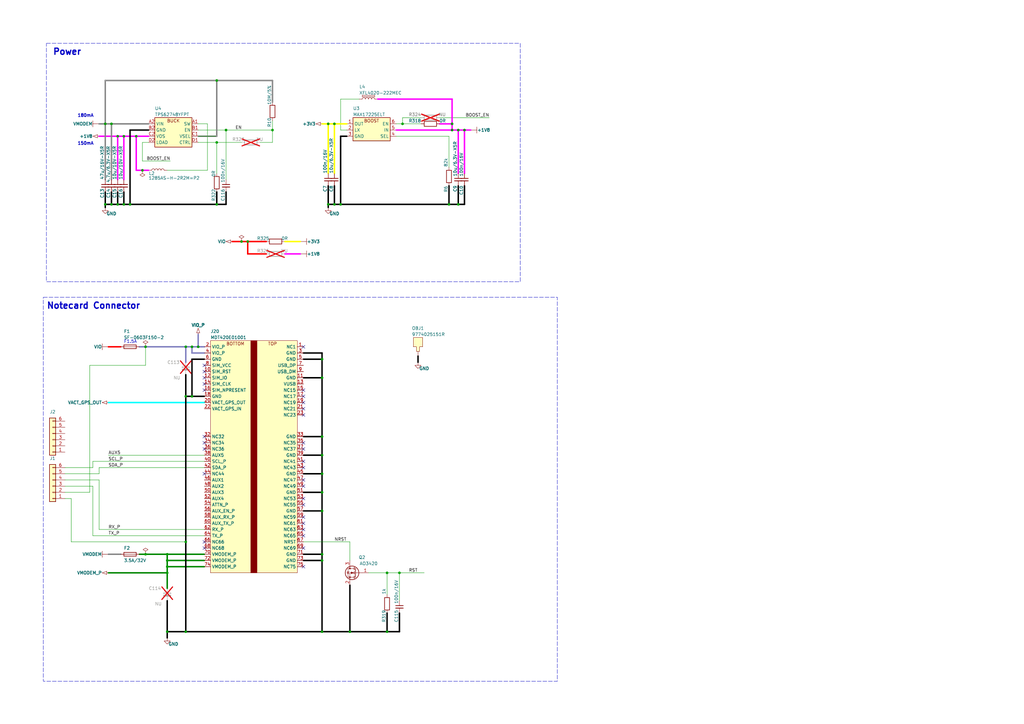
<source format=kicad_sch>
(kicad_sch (version 20240101) (generator "eeschema") (generator_version "8.99")
  (paper "A3")
  (title_block (title "Notecarrier-Micro") (date "2024-03-12") (rev "A") (comment 1 "Blues Inc") (comment 2 "Heath Raftery"))
  (lib_symbols
    (symbol "Connector_Generic:Conn_01x06" (pin_names (offset 1.016) hide)
      (property "Reference" "J" (at 0 7.62 0))
      (property "Value" "Conn_01x06" (at 0 -10.16 0))
      (symbol "Conn_01x06_1_1"
        (pin passive line (at -5.08 5.08 0) (length 3.81) (name "Pin_1") (number "1"))
        (pin passive line (at -5.08 2.54 0) (length 3.81) (name "Pin_2") (number "2"))
        (pin passive line (at -5.08 0 0) (length 3.81) (name "Pin_3") (number "3"))
        (pin passive line (at -5.08 -2.54 0) (length 3.81) (name "Pin_4") (number "4"))
        (pin passive line (at -5.08 -5.08 0) (length 3.81) (name "Pin_5") (number "5"))
        (pin passive line (at -5.08 -7.62 0) (length 3.81) (name "Pin_6") (number "6"))
      )
    )
    (symbol "Device:C_Polarized_Small" (pin_numbers hide) (pin_names (offset 0.254) hide)
      (property "Reference" "C" (at 0.254 1.778 0))
      (property "Value" "C_Polarized_Small" (at 0.254 -2.032 0))
      (symbol "C_Polarized_Small_1_1"
        (pin passive line (at 0 2.54 270) (length 1.8542) (name "~") (number "1"))
        (pin passive line (at 0 -2.54 90) (length 1.8542) (name "~") (number "2"))
      )
    )
    (symbol "Device:C_Small" (pin_numbers hide) (pin_names (offset 0.254) hide)
      (property "Reference" "C" (at 0.254 1.778 0))
      (property "Value" "C_Small" (at 0.254 -2.032 0))
      (symbol "C_Small_1_1"
        (pin passive line (at 0 2.54 270) (length 2.032) (name "~") (number "1"))
        (pin passive line (at 0 -2.54 90) (length 2.032) (name "~") (number "2"))
      )
    )
    (symbol "Device:Fuse" (pin_numbers hide) (pin_names (offset 0))
      (property "Reference" "F" (at 2.032 0 90))
      (property "Value" "Fuse" (at -1.905 0 90))
      (symbol "Fuse_1_1"
        (pin passive line (at 0 3.81 270) (length 1.27) (name "~") (number "1"))
        (pin passive line (at 0 -3.81 90) (length 1.27) (name "~") (number "2"))
      )
    )
    (symbol "Device:L" (pin_numbers hide) (pin_names (offset 1.016) hide)
      (property "Reference" "L" (at -1.27 0 90))
      (property "Value" "L" (at 1.905 0 90))
      (symbol "L_1_1"
        (pin passive line (at 0 3.81 270) (length 1.27) (name "1") (number "1"))
        (pin passive line (at 0 -3.81 90) (length 1.27) (name "2") (number "2"))
      )
    )
    (symbol "Device:R" (pin_numbers hide) (pin_names (offset 0))
      (property "Reference" "R" (at 2.032 0 90))
      (property "Value" "R" (at 0 0 90))
      (symbol "R_1_1"
        (pin passive line (at 0 3.81 270) (length 1.27) (name "~") (number "1"))
        (pin passive line (at 0 -3.81 90) (length 1.27) (name "~") (number "2"))
      )
    )
    (symbol "blues-kicad-lib:AO3420" (pin_names hide)
      (property "Reference" "Q" (at 5.08 1.905 0))
      (property "Value" "AO3420" (at 5.08 0 0))
      (symbol "AO3420_1_1"
        (pin input line (at -5.08 0 0) (length 2.54) (name "G") (number "1"))
        (pin passive line (at 2.54 -5.08 90) (length 2.54) (name "S") (number "2"))
        (pin passive line (at 2.54 5.08 270) (length 2.54) (name "D") (number "3"))
      )
    )
    (symbol "blues-kicad-lib:L_Shielded" (pin_numbers hide) (pin_names (offset 1.016) hide)
      (property "Reference" "L" (at -1.27 0 90))
      (property "Value" "L_Shielded" (at 2.794 0 90))
      (symbol "L_Shielded_1_1"
        (pin passive line (at 0 3.81 270) (length 1.27) (name "1") (number "1"))
        (pin passive line (at 0 -3.81 90) (length 1.27) (name "2") (number "2"))
      )
    )
    (symbol "blues-kicad-lib:MAX17225ELT"
      (property "Reference" "U" (at 0 8.89 0))
      (property "Value" "MAX17225ELT" (at 0 6.35 0))
      (symbol "MAX17225ELT_0_1"
        (text "BOOST" (at 0 3.81 0) (effects (font (size 1.27 1.27))))
      )
      (symbol "MAX17225ELT_1_1"
        (pin power_out line (at -10.16 2.54 0) (length 2.54) (name "OUT") (number "1"))
        (pin input line (at -10.16 0 0) (length 2.54) (name "LX") (number "2"))
        (pin power_in line (at -10.16 -2.54 0) (length 2.54) (name "GND") (number "3"))
        (pin input line (at 10.16 -2.54 180) (length 2.54) (name "SEL") (number "4"))
        (pin power_in line (at 10.16 0 180) (length 2.54) (name "IN") (number "5"))
        (pin input line (at 10.16 2.54 180) (length 2.54) (name "EN") (number "6"))
      )
    )
    (symbol "blues-kicad-lib:MDT420E01001"
      (property "Reference" "J" (at -16.51 50.8 0))
      (property "Value" "MDT420E01001" (at -10.16 48.26 0))
      (symbol "MDT420E01001_0_0"
        (text "BOTTOM" (at -7.62 45.72 0) (effects (font (size 1.27 1.27))))
        (text "TOP" (at 7.62 45.72 0) (effects (font (size 1.27 1.27))))
      )
      (symbol "MDT420E01001_1_1"
        (pin passive line (at 20.32 44.45 180) (length 2.54) (name "NC1") (number "1"))
        (pin passive line (at -20.32 34.29 0) (length 2.54) (name "SIM_RST") (number "10"))
        (pin power_in line (at 20.32 31.75 180) (length 2.54) (name "GND") (number "11"))
        (pin passive line (at -20.32 31.75 0) (length 2.54) (name "SIM_IO") (number "12"))
        (pin power_in line (at 20.32 29.21 180) (length 2.54) (name "VUSB") (number "13"))
        (pin passive line (at -20.32 29.21 0) (length 2.54) (name "SIM_CLK") (number "14"))
        (pin passive line (at 20.32 26.67 180) (length 2.54) (name "NC15") (number "15"))
        (pin passive line (at -20.32 26.67 0) (length 2.54) (name "SIM_NPRESENT") (number "16"))
        (pin passive line (at 20.32 24.13 180) (length 2.54) (name "NC17") (number "17"))
        (pin power_in line (at -20.32 24.13 0) (length 2.54) (name "GND") (number "18"))
        (pin passive line (at 20.32 21.59 180) (length 2.54) (name "NC19") (number "19"))
        (pin power_in line (at -20.32 44.45 0) (length 2.54) (name "VIO_P") (number "2"))
        (pin power_out line (at -20.32 21.59 0) (length 2.54) (name "VACT_GPS_OUT") (number "20"))
        (pin passive line (at 20.32 19.05 180) (length 2.54) (name "NC21") (number "21"))
        (pin power_in line (at -20.32 19.05 0) (length 2.54) (name "VACT_GPS_IN") (number "22"))
        (pin passive line (at 20.32 16.51 180) (length 2.54) (name "NC23") (number "23"))
        (pin power_in line (at 20.32 41.91 180) (length 2.54) (name "GND") (number "3"))
        (pin passive line (at -20.32 7.62 0) (length 2.54) (name "NC32") (number "32"))
        (pin power_in line (at 20.32 7.62 180) (length 2.54) (name "GND") (number "33"))
        (pin passive line (at -20.32 5.08 0) (length 2.54) (name "NC34") (number "34"))
        (pin passive line (at 20.32 5.08 180) (length 2.54) (name "NC35") (number "35"))
        (pin passive line (at -20.32 2.54 0) (length 2.54) (name "NC36") (number "36"))
        (pin passive line (at 20.32 2.54 180) (length 2.54) (name "NC37") (number "37"))
        (pin passive line (at -20.32 0 0) (length 2.54) (name "AUX5") (number "38"))
        (pin power_in line (at 20.32 0 180) (length 2.54) (name "GND") (number "39"))
        (pin power_in line (at -20.32 41.91 0) (length 2.54) (name "VIO_P") (number "4"))
        (pin passive line (at -20.32 -2.54 0) (length 2.54) (name "SCL_P") (number "40"))
        (pin passive line (at 20.32 -2.54 180) (length 2.54) (name "NC41") (number "41"))
        (pin passive line (at -20.32 -5.08 0) (length 2.54) (name "SDA_P") (number "42"))
        (pin passive line (at 20.32 -5.08 180) (length 2.54) (name "NC43") (number "43"))
        (pin passive line (at -20.32 -7.62 0) (length 2.54) (name "NC44") (number "44"))
        (pin power_in line (at 20.32 -7.62 180) (length 2.54) (name "GND") (number "45"))
        (pin passive line (at -20.32 -10.16 0) (length 2.54) (name "AUX1") (number "46"))
        (pin passive line (at 20.32 -10.16 180) (length 2.54) (name "NC47") (number "47"))
        (pin passive line (at -20.32 -12.7 0) (length 2.54) (name "AUX2") (number "48"))
        (pin passive line (at 20.32 -12.7 180) (length 2.54) (name "NC49") (number "49"))
        (pin power_in line (at 20.32 39.37 180) (length 2.54) (name "GND") (number "5"))
        (pin passive line (at -20.32 -15.24 0) (length 2.54) (name "AUX3") (number "50"))
        (pin power_in line (at 20.32 -15.24 180) (length 2.54) (name "GND") (number "51"))
        (pin passive line (at -20.32 -17.78 0) (length 2.54) (name "AUX4") (number "52"))
        (pin passive line (at 20.32 -17.78 180) (length 2.54) (name "NC53") (number "53"))
        (pin passive line (at -20.32 -20.32 0) (length 2.54) (name "ATTN_P") (number "54"))
        (pin passive line (at 20.32 -20.32 180) (length 2.54) (name "NC55") (number "55"))
        (pin passive line (at -20.32 -22.86 0) (length 2.54) (name "AUX_EN_P") (number "56"))
        (pin power_in line (at 20.32 -22.86 180) (length 2.54) (name "GND") (number "57"))
        (pin passive line (at -20.32 -25.4 0) (length 2.54) (name "AUX_RX_P") (number "58"))
        (pin passive line (at 20.32 -25.4 180) (length 2.54) (name "NC59") (number "59"))
        (pin power_in line (at -20.32 39.37 0) (length 2.54) (name "GND") (number "6"))
        (pin passive line (at -20.32 -27.94 0) (length 2.54) (name "AUX_TX_P") (number "60"))
        (pin passive line (at 20.32 -27.94 180) (length 2.54) (name "NC61") (number "61"))
        (pin passive line (at -20.32 -30.48 0) (length 2.54) (name "RX_P") (number "62"))
        (pin passive line (at 20.32 -30.48 180) (length 2.54) (name "NC63") (number "63"))
        (pin passive line (at -20.32 -33.02 0) (length 2.54) (name "TX_P") (number "64"))
        (pin passive line (at 20.32 -33.02 180) (length 2.54) (name "NC65") (number "65"))
        (pin passive line (at -20.32 -35.56 0) (length 2.54) (name "NC66") (number "66"))
        (pin passive line (at 20.32 -35.56 180) (length 2.54) (name "NRST") (number "67"))
        (pin passive line (at -20.32 -38.1 0) (length 2.54) (name "NC68") (number "68"))
        (pin passive line (at 20.32 -38.1 180) (length 2.54) (name "NC69") (number "69"))
        (pin passive line (at 20.32 36.83 180) (length 2.54) (name "USB_DP") (number "7"))
        (pin power_in line (at -20.32 -40.64 0) (length 2.54) (name "VMODEM_P") (number "70"))
        (pin power_in line (at 20.32 -40.64 180) (length 2.54) (name "GND") (number "71"))
        (pin power_in line (at -20.32 -43.18 0) (length 2.54) (name "VMODEM_P") (number "72"))
        (pin power_in line (at 20.32 -43.18 180) (length 2.54) (name "GND") (number "73"))
        (pin power_in line (at -20.32 -45.72 0) (length 2.54) (name "VMODEM_P") (number "74"))
        (pin passive line (at 20.32 -45.72 180) (length 2.54) (name "NC75") (number "75"))
        (pin power_out line (at -20.32 36.83 0) (length 2.54) (name "SIM_VCC") (number "8"))
        (pin passive line (at 20.32 34.29 180) (length 2.54) (name "USB_DM") (number "9"))
      )
    )
    (symbol "blues-kicad-lib:TPS62748"
      (property "Reference" "U" (at 0 8.89 0))
      (property "Value" "TPS62748" (at 0 6.35 0))
      (symbol "TPS62748_0_1"
        (text "BUCK" (at 0 3.81 0) (effects (font (size 1.27 1.27))))
      )
      (symbol "TPS62748_1_1"
        (pin power_out line (at 10.16 2.54 180) (length 2.54) (name "SW") (number "A1"))
        (pin power_in line (at -10.16 2.54 0) (length 2.54) (name "VIN") (number "A2"))
        (pin input line (at 10.16 0 180) (length 2.54) (name "EN") (number "B1"))
        (pin power_in line (at -10.16 0 0) (length 2.54) (name "GND") (number "B2"))
        (pin input line (at 10.16 -2.54 180) (length 2.54) (name "VSEL") (number "C1"))
        (pin power_in line (at -10.16 -2.54 0) (length 2.54) (name "VOS") (number "C2"))
        (pin input line (at 10.16 -5.08 180) (length 2.54) (name "CTRL") (number "D1"))
        (pin power_out line (at -10.16 -5.08 0) (length 2.54) (name "LOAD") (number "D2"))
      )
    )
    (symbol "blues-kicad-lib:mechanical_Standoff_Pad" (pin_numbers hide) (pin_names hide)
      (property "Reference" "ASS" (at 0 7.62 0))
      (property "Value" "Standoff" (at 0 5.715 0))
      (symbol "mechanical_Standoff_Pad_1_1"
        (pin input line (at 0 -3.81 90) (length 1.905) (name "1") (number "1"))
      )
    )
    (symbol "blues-kicad-lib:power_+1V8" (power) (pin_names (offset 0))
      (property "Value" "+1V8" (at 0 3.81 0))
      (symbol "power_+1V8_1_1"
        (pin power_in line (at 0 0 90) (length 0) hide (name "+1V8") (number "1"))
      )
    )
    (symbol "blues-kicad-lib:power_+1V8_Source" (power) (pin_names (offset 0))
      (property "Value" "+1V8" (at 0 3.81 0))
      (symbol "power_+1V8_Source_1_1"
        (pin power_in line (at 0 0 90) (length 0) hide (name "+1V8") (number "1"))
      )
    )
    (symbol "blues-kicad-lib:power_+3V3" (power) (pin_names (offset 0))
      (property "Value" "+3V3" (at 0 3.81 0))
      (symbol "power_+3V3_1_1"
        (pin power_in line (at 0 0 90) (length 0) hide (name "+3V3") (number "1"))
      )
    )
    (symbol "blues-kicad-lib:power_+3V3_Source" (power) (pin_names (offset 0))
      (property "Value" "+3V3" (at 0 3.81 0))
      (symbol "power_+3V3_Source_1_1"
        (pin power_in line (at 0 0 90) (length 0) hide (name "+3V3") (number "1"))
      )
    )
    (symbol "blues-kicad-lib:power_VACT_GPS_OUT_Source" (power) (pin_names (offset 0))
      (property "Value" "VACT_GPS_OUT" (at 0 3.81 0))
      (symbol "power_VACT_GPS_OUT_Source_1_1"
        (pin power_in line (at 0 0 90) (length 0) hide (name "VACT_GPS_OUT") (number "1"))
      )
    )
    (symbol "blues-kicad-lib:power_VIO" (power) (pin_names (offset 0))
      (property "Value" "VIO" (at 0 3.81 0))
      (symbol "power_VIO_1_1"
        (pin power_in line (at 0 0 90) (length 0) hide (name "VIO") (number "1"))
      )
    )
    (symbol "blues-kicad-lib:power_VIO_P_Source" (power) (pin_names (offset 0))
      (property "Value" "VIO_P" (at 0 3.81 0))
      (symbol "power_VIO_P_Source_1_1"
        (pin power_in line (at 0 0 90) (length 0) hide (name "VIO_P") (number "1"))
      )
    )
    (symbol "blues-kicad-lib:power_VIO_Source" (power) (pin_names (offset 0))
      (property "Value" "VIO" (at 0 3.81 0))
      (symbol "power_VIO_Source_1_1"
        (pin power_in line (at 0 0 90) (length 0) hide (name "VIO") (number "1"))
      )
    )
    (symbol "blues-kicad-lib:power_VMODEM" (power) (pin_names (offset 0))
      (property "Value" "VMODEM" (at 0 3.81 0))
      (symbol "power_VMODEM_1_1"
        (pin power_in line (at 0 0 90) (length 0) hide (name "VMODEM") (number "1"))
      )
    )
    (symbol "blues-kicad-lib:power_VMODEM_P_Source" (power) (pin_names (offset 0))
      (property "Value" "VMODEM_P" (at 0 3.81 0))
      (symbol "power_VMODEM_P_Source_1_1"
        (pin power_in line (at 0 0 90) (length 0) hide (name "VMODEM_P") (number "1"))
      )
    )
    (symbol "power:GND" (power) (pin_names (offset 0))
      (property "Value" "GND" (at 0 -3.81 0))
      (symbol "GND_1_1"
        (pin power_in line (at 0 0 270) (length 0) hide (name "GND") (number "1"))
      )
    )
    (symbol "power:PWR_FLAG" (power) (pin_numbers hide) (pin_names (offset 0) hide)
      (property "Value" "PWR_FLAG" (at 0 3.81 0))
      (symbol "PWR_FLAG_0_0"
        (pin power_out line (at 0 0 90) (length 0) (name "pwr") (number "1"))
      )
    )
  )
  (junction (at 158.75 234.95))
  (junction (at 50.8 55.88))
  (junction (at 78.74 162.56))
  (junction (at 132.08 209.55))
  (junction (at 111.76 53.34))
  (junction (at 68.58 229.87))
  (junction (at 59.69 227.33))
  (junction (at 137.16 50.8))
  (junction (at 132.08 259.08))
  (junction (at 132.08 229.87))
  (junction (at 43.18 83.82))
  (junction (at 132.08 227.33))
  (junction (at 132.08 194.31))
  (junction (at 132.08 154.94))
  (junction (at 185.42 50.8))
  (junction (at 76.2 162.56))
  (junction (at 68.58 227.33))
  (junction (at 68.58 234.95))
  (junction (at 158.75 259.08))
  (junction (at 132.08 201.93))
  (junction (at 50.8 83.82))
  (junction (at 92.71 53.34))
  (junction (at 132.08 186.69))
  (junction (at 134.62 83.82))
  (junction (at 101.6 99.06))
  (junction (at 134.62 50.8))
  (junction (at 88.9 83.82))
  (junction (at 88.9 58.42))
  (junction (at 48.26 83.82))
  (junction (at 76.2 259.08))
  (junction (at 137.16 83.82))
  (junction (at 81.28 142.24))
  (junction (at 88.9 33.02))
  (junction (at 139.7 83.82))
  (junction (at 163.83 234.95))
  (junction (at 78.74 142.24))
  (junction (at 48.26 55.88))
  (junction (at 187.96 53.34))
  (junction (at 68.58 232.41))
  (junction (at 55.88 55.88))
  (junction (at 132.08 179.07))
  (junction (at 184.15 83.82))
  (junction (at 68.58 259.08))
  (junction (at 165.1 50.8))
  (junction (at 76.2 222.25))
  (junction (at 143.51 259.08))
  (junction (at 53.34 83.82))
  (junction (at 99.06 99.06))
  (junction (at 43.18 50.8))
  (junction (at 132.08 147.32))
  (junction (at 58.42 69.85))
  (junction (at 190.5 53.34))
  (junction (at 59.69 142.24))
  (junction (at 76.2 142.24))
  (junction (at 45.72 50.8))
  (junction (at 185.42 53.34))
  (junction (at 187.96 83.82))
  (junction (at 45.72 83.82))
  (no_connect (at 83.82 222.25))
  (no_connect (at 124.46 170.18))
  (no_connect (at 83.82 160.02))
  (no_connect (at 83.82 152.4))
  (no_connect (at 83.82 181.61))
  (no_connect (at 83.82 154.94))
  (no_connect (at 124.46 142.24))
  (no_connect (at 124.46 196.85))
  (no_connect (at 124.46 217.17))
  (no_connect (at 124.46 199.39))
  (no_connect (at 83.82 224.79))
  (no_connect (at 124.46 162.56))
  (no_connect (at 124.46 167.64))
  (no_connect (at 83.82 149.86))
  (no_connect (at 124.46 214.63))
  (no_connect (at 83.82 179.07))
  (no_connect (at 124.46 189.23))
  (no_connect (at 124.46 191.77))
  (no_connect (at 124.46 232.41))
  (no_connect (at 83.82 184.15))
  (no_connect (at 124.46 219.71))
  (no_connect (at 124.46 224.79))
  (no_connect (at 124.46 204.47))
  (no_connect (at 124.46 212.09))
  (no_connect (at 124.46 207.01))
  (no_connect (at 124.46 184.15))
  (no_connect (at 124.46 181.61))
  (no_connect (at 83.82 194.31))
  (no_connect (at 83.82 157.48))
  (no_connect (at 124.46 165.1))
  (no_connect (at 124.46 160.02))
  (wire (pts (xy 43.18 33.02) (xy 43.18 50.8)) (stroke (width 0.6) (color 132 132 132 1)))
  (wire (pts (xy 172.72 48.26) (xy 165.1 48.26)))
  (wire (pts (xy 142.24 53.34) (xy 139.7 53.34)))
  (wire (pts (xy 68.58 259.08) (xy 68.58 246.38)) (stroke (width 0.6) (color 0 0 0 1)))
  (wire (pts (xy 76.2 142.24) (xy 76.2 148.59)) (stroke (width 0.6) (color 128 128 192 1)))
  (wire (pts (xy 53.34 83.82) (xy 88.9 83.82)) (stroke (width 0.6) (color 0 0 0 1)))
  (wire (pts (xy 132.08 259.08) (xy 143.51 259.08)) (stroke (width 0.6) (color 0 0 0 1)))
  (wire (pts (xy 59.69 149.86) (xy 59.69 142.24)))
  (wire (pts (xy 124.46 179.07) (xy 132.08 179.07)) (stroke (width 0.6) (color 0 0 0 1)))
  (wire (pts (xy 116.84 104.14) (xy 123.19 104.14)) (stroke (width 0.6) (color 255 0 255 1)))
  (wire (pts (xy 124.46 201.93) (xy 132.08 201.93)) (stroke (width 0.6) (color 0 0 0 1)))
  (wire (pts (xy 134.62 83.82) (xy 134.62 85.09)) (stroke (width 0.6) (color 0 0 0 1)))
  (wire (pts (xy 88.9 55.88) (xy 81.28 55.88)))
  (wire (pts (xy 163.83 234.95) (xy 173.99 234.95)))
  (wire (pts (xy 88.9 58.42) (xy 88.9 71.12)))
  (wire (pts (xy 81.28 137.16) (xy 81.28 142.24)) (stroke (width 0.6) (color 128 128 192 1)))
  (wire (pts (xy 190.5 53.34) (xy 193.04 53.34)) (stroke (width 0.6) (color 255 0 255 1)))
  (wire (pts (xy 76.2 222.25) (xy 76.2 259.08)) (stroke (width 0.6) (color 0 0 0 1)))
  (wire (pts (xy 158.75 259.08) (xy 163.83 259.08)) (stroke (width 0.6) (color 0 0 0 1)))
  (wire (pts (xy 132.08 227.33) (xy 132.08 229.87)) (stroke (width 0.6) (color 0 0 0 1)))
  (wire (pts (xy 81.28 55.88) (xy 88.9 55.88)) (stroke (width 0.6) (color 132 132 132 1)))
  (wire (pts (xy 132.08 50.8) (xy 134.62 50.8)) (stroke (width 0.6) (color 255 255 0 1)))
  (wire (pts (xy 26.67 191.77) (xy 38.1 191.77)))
  (wire (pts (xy 58.42 69.85) (xy 55.88 69.85)) (stroke (width 0.6) (color 255 0 255 1)))
  (wire (pts (xy 26.67 201.93) (xy 36.83 201.93)))
  (wire (pts (xy 88.9 33.02) (xy 88.9 55.88)) (stroke (width 0.6) (color 132 132 132 1)))
  (wire (pts (xy 132.08 209.55) (xy 132.08 227.33)) (stroke (width 0.6) (color 0 0 0 1)))
  (wire (pts (xy 76.2 259.08) (xy 68.58 259.08)) (stroke (width 0.6) (color 0 0 0 1)))
  (wire (pts (xy 50.8 55.88) (xy 48.26 55.88)) (stroke (width 0.6) (color 255 0 255 1)))
  (wire (pts (xy 185.42 50.8) (xy 185.42 40.64)) (stroke (width 0.6) (color 255 0 255 1)))
  (wire (pts (xy 40.64 50.8) (xy 43.18 50.8)) (stroke (width 0.6) (color 132 132 132 1)))
  (wire (pts (xy 158.75 234.95) (xy 158.75 243.84)))
  (wire (pts (xy 139.7 53.34) (xy 139.7 40.64)))
  (wire (pts (xy 180.34 48.26) (xy 200.66 48.26)))
  (wire (pts (xy 124.46 194.31) (xy 132.08 194.31)) (stroke (width 0.6) (color 0 0 0 1)))
  (wire (pts (xy 101.6 99.06) (xy 101.6 104.14)) (stroke (width 0.6) (color 255 0 0 1)))
  (wire (pts (xy 59.69 142.24) (xy 76.2 142.24)) (stroke (width 0.6) (color 128 128 192 1)))
  (wire (pts (xy 76.2 162.56) (xy 78.74 162.56)) (stroke (width 0.6) (color 0 0 0 1)))
  (wire (pts (xy 88.9 83.82) (xy 92.71 83.82)) (stroke (width 0.6) (color 0 0 0 1)))
  (wire (pts (xy 124.46 144.78) (xy 132.08 144.78)) (stroke (width 0.6) (color 0 0 0 1)))
  (wire (pts (xy 43.18 33.02) (xy 88.9 33.02)) (stroke (width 0.6) (color 132 132 132 1)))
  (wire (pts (xy 106.68 58.42) (xy 111.76 58.42)))
  (wire (pts (xy 45.72 50.8) (xy 60.96 50.8)) (stroke (width 0.6) (color 132 132 132 1)))
  (wire (pts (xy 139.7 40.64) (xy 147.32 40.64)))
  (wire (pts (xy 36.83 201.93) (xy 36.83 149.86)))
  (wire (pts (xy 184.15 55.88) (xy 162.56 55.88)))
  (wire (pts (xy 185.42 40.64) (xy 154.94 40.64)) (stroke (width 0.6) (color 255 0 255 1)))
  (wire (pts (xy 132.08 186.69) (xy 132.08 194.31)) (stroke (width 0.6) (color 0 0 0 1)))
  (wire (pts (xy 137.16 50.8) (xy 134.62 50.8)) (stroke (width 0.6) (color 255 255 0 1)))
  (wire (pts (xy 45.72 50.8) (xy 45.72 73.66)) (stroke (width 0.6) (color 132 132 132 1)))
  (wire (pts (xy 132.08 147.32) (xy 132.08 154.94)) (stroke (width 0.6) (color 0 0 0 1)))
  (wire (pts (xy 29.21 204.47) (xy 29.21 222.25)))
  (wire (pts (xy 76.2 162.56) (xy 76.2 222.25)) (stroke (width 0.6) (color 0 0 0 1)))
  (wire (pts (xy 38.1 189.23) (xy 83.82 189.23)))
  (wire (pts (xy 88.9 33.02) (xy 111.76 33.02)) (stroke (width 0.6) (color 132 132 132 1)))
  (wire (pts (xy 68.58 227.33) (xy 83.82 227.33)) (stroke (width 0.6) (color 0 132 0 1)))
  (wire (pts (xy 139.7 55.88) (xy 139.7 83.82)) (stroke (width 0.6) (color 0 0 0 1)))
  (wire (pts (xy 124.46 209.55) (xy 132.08 209.55)) (stroke (width 0.6) (color 0 0 0 1)))
  (wire (pts (xy 36.83 149.86) (xy 59.69 149.86)))
  (wire (pts (xy 58.42 66.04) (xy 69.85 66.04)))
  (wire (pts (xy 88.9 58.42) (xy 99.06 58.42)))
  (wire (pts (xy 78.74 144.78) (xy 83.82 144.78)) (stroke (width 0.6) (color 128 128 192 1)))
  (wire (pts (xy 88.9 83.82) (xy 88.9 78.74)) (stroke (width 0.6) (color 0 0 0 1)))
  (wire (pts (xy 134.62 50.8) (xy 134.62 71.12)) (stroke (width 0.6) (color 255 255 0 1)))
  (wire (pts (xy 55.88 69.85) (xy 55.88 55.88)) (stroke (width 0.6) (color 255 0 255 1)))
  (wire (pts (xy 124.46 154.94) (xy 132.08 154.94)) (stroke (width 0.6) (color 0 0 0 1)))
  (wire (pts (xy 171.45 146.05) (xy 171.45 148.59)) (stroke (width 0.6) (color 0 0 0 1)))
  (wire (pts (xy 40.64 217.17) (xy 83.82 217.17)))
  (wire (pts (xy 139.7 55.88) (xy 142.24 55.88)) (stroke (width 0.6) (color 0 0 0 1)))
  (wire (pts (xy 190.5 76.2) (xy 190.5 83.82)) (stroke (width 0.6) (color 0 0 0 1)))
  (wire (pts (xy 53.34 83.82) (xy 50.8 83.82)) (stroke (width 0.6) (color 0 0 0 1)))
  (wire (pts (xy 132.08 154.94) (xy 132.08 179.07)) (stroke (width 0.6) (color 0 0 0 1)))
  (wire (pts (xy 59.69 227.33) (xy 68.58 227.33)) (stroke (width 0.6) (color 0 132 0 1)))
  (wire (pts (xy 81.28 142.24) (xy 83.82 142.24)) (stroke (width 0.6) (color 128 128 192 1)))
  (wire (pts (xy 58.42 69.85) (xy 60.96 69.85)) (stroke (width 0.6) (color 255 0 255 1)))
  (wire (pts (xy 187.96 83.82) (xy 187.96 76.2)) (stroke (width 0.6) (color 0 0 0 1)))
  (wire (pts (xy 40.64 55.88) (xy 48.26 55.88)) (stroke (width 0.6) (color 255 0 255 1)))
  (wire (pts (xy 134.62 83.82) (xy 134.62 76.2)) (stroke (width 0.6) (color 0 0 0 1)))
  (wire (pts (xy 48.26 55.88) (xy 48.26 73.66)) (stroke (width 0.6) (color 255 0 255 1)))
  (wire (pts (xy 76.2 153.67) (xy 76.2 162.56)) (stroke (width 0.6) (color 0 0 0 1)))
  (wire (pts (xy 85.09 69.85) (xy 85.09 50.8)))
  (wire (pts (xy 68.58 229.87) (xy 83.82 229.87)) (stroke (width 0.6) (color 0 132 0 1)))
  (wire (pts (xy 185.42 53.34) (xy 185.42 50.8)) (stroke (width 0.6) (color 255 0 255 1)))
  (wire (pts (xy 58.42 58.42) (xy 58.42 66.04)))
  (wire (pts (xy 48.26 83.82) (xy 50.8 83.82)) (stroke (width 0.6) (color 0 0 0 1)))
  (wire (pts (xy 158.75 234.95) (xy 163.83 234.95)))
  (wire (pts (xy 43.18 50.8) (xy 43.18 73.66)) (stroke (width 0.6) (color 132 132 132 1)))
  (wire (pts (xy 187.96 53.34) (xy 187.96 71.12)) (stroke (width 0.6) (color 255 0 255 1)))
  (wire (pts (xy 132.08 144.78) (xy 132.08 147.32)) (stroke (width 0.6) (color 0 0 0 1)))
  (wire (pts (xy 68.58 229.87) (xy 68.58 232.41)) (stroke (width 0.6) (color 0 132 0 1)))
  (wire (pts (xy 134.62 83.82) (xy 137.16 83.82)) (stroke (width 0.6) (color 0 0 0 1)))
  (wire (pts (xy 48.26 83.82) (xy 48.26 78.74)) (stroke (width 0.6) (color 0 0 0 1)))
  (wire (pts (xy 137.16 50.8) (xy 137.16 71.12)) (stroke (width 0.6) (color 255 255 0 1)))
  (wire (pts (xy 139.7 83.82) (xy 137.16 83.82)) (stroke (width 0.6) (color 0 0 0 1)))
  (wire (pts (xy 132.08 229.87) (xy 132.08 259.08)) (stroke (width 0.6) (color 0 0 0 1)))
  (wire (pts (xy 124.46 186.69) (xy 132.08 186.69)) (stroke (width 0.6) (color 0 0 0 1)))
  (wire (pts (xy 43.18 83.82) (xy 45.72 83.82)) (stroke (width 0.6) (color 0 0 0 1)))
  (wire (pts (xy 158.75 259.08) (xy 158.75 251.46)) (stroke (width 0.6) (color 0 0 0 1)))
  (wire (pts (xy 111.76 53.34) (xy 111.76 49.53)))
  (wire (pts (xy 184.15 83.82) (xy 187.96 83.82)) (stroke (width 0.6) (color 0 0 0 1)))
  (wire (pts (xy 76.2 142.24) (xy 78.74 142.24)) (stroke (width 0.6) (color 128 128 192 1)))
  (wire (pts (xy 163.83 259.08) (xy 163.83 251.46)) (stroke (width 0.6) (color 0 0 0 1)))
  (wire (pts (xy 184.15 83.82) (xy 184.15 76.2)) (stroke (width 0.6) (color 0 0 0 1)))
  (wire (pts (xy 43.18 83.82) (xy 43.18 78.74)) (stroke (width 0.6) (color 0 0 0 1)))
  (wire (pts (xy 143.51 229.87) (xy 143.51 222.25)))
  (wire (pts (xy 57.15 142.24) (xy 59.69 142.24)) (stroke (width 0.6) (color 128 128 192 1)))
  (wire (pts (xy 60.96 58.42) (xy 58.42 58.42)))
  (wire (pts (xy 55.88 55.88) (xy 50.8 55.88)) (stroke (width 0.6) (color 255 0 255 1)))
  (wire (pts (xy 132.08 201.93) (xy 132.08 209.55)) (stroke (width 0.6) (color 0 0 0 1)))
  (wire (pts (xy 44.45 142.24) (xy 49.53 142.24)) (stroke (width 0.6) (color 255 0 0 1)))
  (wire (pts (xy 92.71 83.82) (xy 92.71 78.74)) (stroke (width 0.6) (color 0 0 0 1)))
  (wire (pts (xy 99.06 99.06) (xy 101.6 99.06)) (stroke (width 0.6) (color 255 0 0 1)))
  (wire (pts (xy 45.72 83.82) (xy 45.72 78.74)) (stroke (width 0.6) (color 0 0 0 1)))
  (wire (pts (xy 44.45 165.1) (xy 83.82 165.1)) (stroke (width 0.6) (color 0 255 255 1)))
  (wire (pts (xy 123.19 99.06) (xy 116.84 99.06)) (stroke (width 0.6) (color 255 255 0 1)))
  (wire (pts (xy 143.51 222.25) (xy 124.46 222.25)))
  (wire (pts (xy 143.51 259.08) (xy 158.75 259.08)) (stroke (width 0.6) (color 0 0 0 1)))
  (wire (pts (xy 163.83 234.95) (xy 163.83 246.38)))
  (wire (pts (xy 44.45 227.33) (xy 49.53 227.33)) (stroke (width 0.6) (color 132 132 132 1)))
  (wire (pts (xy 81.28 58.42) (xy 88.9 58.42)))
  (wire (pts (xy 151.13 234.95) (xy 158.75 234.95)))
  (wire (pts (xy 76.2 259.08) (xy 132.08 259.08)) (stroke (width 0.6) (color 0 0 0 1)))
  (wire (pts (xy 78.74 147.32) (xy 83.82 147.32)) (stroke (width 0.6) (color 0 0 0 1)))
  (wire (pts (xy 68.58 232.41) (xy 68.58 234.95)) (stroke (width 0.6) (color 0 132 0 1)))
  (wire (pts (xy 101.6 99.06) (xy 109.22 99.06)) (stroke (width 0.6) (color 255 0 0 1)))
  (wire (pts (xy 184.15 68.58) (xy 184.15 55.88)))
  (wire (pts (xy 26.67 204.47) (xy 29.21 204.47)))
  (wire (pts (xy 162.56 53.34) (xy 185.42 53.34)) (stroke (width 0.6) (color 255 0 255 1)))
  (wire (pts (xy 38.1 219.71) (xy 83.82 219.71)))
  (wire (pts (xy 101.6 104.14) (xy 109.22 104.14)) (stroke (width 0.6) (color 255 0 0 1)))
  (wire (pts (xy 92.71 53.34) (xy 81.28 53.34)))
  (wire (pts (xy 78.74 144.78) (xy 78.74 142.24)) (stroke (width 0.6) (color 128 128 192 1)))
  (wire (pts (xy 124.46 229.87) (xy 132.08 229.87)) (stroke (width 0.6) (color 0 0 0 1)))
  (wire (pts (xy 38.1 199.39) (xy 38.1 219.71)))
  (wire (pts (xy 190.5 71.12) (xy 190.5 53.34)) (stroke (width 0.6) (color 255 0 255 1)))
  (wire (pts (xy 85.09 50.8) (xy 81.28 50.8)))
  (wire (pts (xy 38.1 191.77) (xy 38.1 189.23)))
  (wire (pts (xy 40.64 191.77) (xy 83.82 191.77)))
  (wire (pts (xy 137.16 83.82) (xy 137.16 76.2)) (stroke (width 0.6) (color 0 0 0 1)))
  (wire (pts (xy 44.45 234.95) (xy 68.58 234.95)) (stroke (width 0.6) (color 0 132 0 1)))
  (wire (pts (xy 78.74 162.56) (xy 83.82 162.56)) (stroke (width 0.6) (color 0 0 0 1)))
  (wire (pts (xy 68.58 259.08) (xy 68.58 261.62)) (stroke (width 0.6) (color 0 0 0 1)))
  (wire (pts (xy 40.64 194.31) (xy 40.64 191.77)))
  (wire (pts (xy 185.42 50.8) (xy 180.34 50.8)) (stroke (width 0.6) (color 255 0 255 1)))
  (wire (pts (xy 45.72 83.82) (xy 48.26 83.82)) (stroke (width 0.6) (color 0 0 0 1)))
  (wire (pts (xy 53.34 53.34) (xy 60.96 53.34)) (stroke (width 0.6) (color 0 0 0 1)))
  (wire (pts (xy 44.45 186.69) (xy 83.82 186.69)))
  (wire (pts (xy 111.76 58.42) (xy 111.76 53.34)))
  (wire (pts (xy 165.1 48.26) (xy 165.1 50.8)))
  (wire (pts (xy 78.74 142.24) (xy 81.28 142.24)) (stroke (width 0.6) (color 128 128 192 1)))
  (wire (pts (xy 26.67 196.85) (xy 40.64 196.85)))
  (wire (pts (xy 50.8 83.82) (xy 50.8 78.74)) (stroke (width 0.6) (color 0 0 0 1)))
  (wire (pts (xy 187.96 83.82) (xy 190.5 83.82)) (stroke (width 0.6) (color 0 0 0 1)))
  (wire (pts (xy 50.8 55.88) (xy 50.8 73.66)) (stroke (width 0.6) (color 255 0 255 1)))
  (wire (pts (xy 92.71 53.34) (xy 111.76 53.34)))
  (wire (pts (xy 29.21 222.25) (xy 76.2 222.25)))
  (wire (pts (xy 139.7 83.82) (xy 184.15 83.82)) (stroke (width 0.6) (color 0 0 0 1)))
  (wire (pts (xy 111.76 41.91) (xy 111.76 33.02)) (stroke (width 0.6) (color 132 132 132 1)))
  (wire (pts (xy 143.51 240.03) (xy 143.51 259.08)) (stroke (width 0.6) (color 0 0 0 1)))
  (wire (pts (xy 68.58 69.85) (xy 85.09 69.85)))
  (wire (pts (xy 26.67 199.39) (xy 38.1 199.39)))
  (wire (pts (xy 43.18 83.82) (xy 43.18 85.09)) (stroke (width 0.6) (color 0 0 0 1)))
  (wire (pts (xy 162.56 50.8) (xy 165.1 50.8)))
  (wire (pts (xy 187.96 53.34) (xy 190.5 53.34)) (stroke (width 0.6) (color 255 0 255 1)))
  (wire (pts (xy 124.46 147.32) (xy 132.08 147.32)) (stroke (width 0.6) (color 0 0 0 1)))
  (wire (pts (xy 60.96 55.88) (xy 55.88 55.88)) (stroke (width 0.6) (color 255 0 255 1)))
  (wire (pts (xy 78.74 147.32) (xy 78.74 162.56)) (stroke (width 0.6) (color 0 0 0 1)))
  (wire (pts (xy 165.1 50.8) (xy 172.72 50.8)))
  (wire (pts (xy 124.46 227.33) (xy 132.08 227.33)) (stroke (width 0.6) (color 0 0 0 1)))
  (wire (pts (xy 137.16 50.8) (xy 142.24 50.8)) (stroke (width 0.6) (color 255 255 0 1)))
  (wire (pts (xy 45.72 50.8) (xy 43.18 50.8)) (stroke (width 0.6) (color 132 132 132 1)))
  (wire (pts (xy 132.08 194.31) (xy 132.08 201.93)) (stroke (width 0.6) (color 0 0 0 1)))
  (wire (pts (xy 185.42 53.34) (xy 187.96 53.34)) (stroke (width 0.6) (color 255 0 255 1)))
  (wire (pts (xy 40.64 196.85) (xy 40.64 217.17)))
  (wire (pts (xy 95.25 99.06) (xy 99.06 99.06)) (stroke (width 0.6) (color 255 0 0 1)))
  (wire (pts (xy 132.08 179.07) (xy 132.08 186.69)) (stroke (width 0.6) (color 0 0 0 1)))
  (wire (pts (xy 68.58 227.33) (xy 68.58 229.87)) (stroke (width 0.6) (color 0 132 0 1)))
  (wire (pts (xy 53.34 53.34) (xy 53.34 83.82)) (stroke (width 0.6) (color 0 0 0 1)))
  (wire (pts (xy 68.58 234.95) (xy 68.58 241.3)) (stroke (width 0.6) (color 0 132 0 1)))
  (wire (pts (xy 26.67 194.31) (xy 40.64 194.31)))
  (wire (pts (xy 68.58 232.41) (xy 83.82 232.41)) (stroke (width 0.6) (color 0 132 0 1)))
  (wire (pts (xy 92.71 73.66) (xy 92.71 53.34)))
  (wire (pts (xy 57.15 227.33) (xy 59.69 227.33)) (stroke (width 0.6) (color 0 132 0 1)))
  (rectangle (start 17.78 121.92) (end 228.6 279.4) (stroke (width 0) (type dash)))
  (rectangle (start 19.05 17.78) (end 213.36 115.57) (stroke (width 0) (type dash)))
  (text "150mA" (at 31.75 59.69 0) (effects (font (size 1.27 1.27) (thickness 0.254) (bold yes)) (justify left bottom)))
  (text "180mA" (at 31.75 48.26 0) (effects (font (size 1.27 1.27) (thickness 0.254) (bold yes)) (justify left bottom)))
  (text "F1.5A" (at 50.8 140.97 0) (effects (font (size 1.27 1.27)) (justify left bottom)))
  (text "Notecard Connector" (at 19.05 127 0) (effects (font (size 2.54 2.54) (thickness 0.508) (bold yes)) (justify left bottom)))
  (text "Power" (at 21.59 22.86 0) (effects (font (size 2.54 2.54) (thickness 0.508) (bold yes)) (justify left bottom)))
  (label "RX_P" (at 44.45 217.17 0))
  (label "BOOST_EN" (at 200.66 48.26 180))
  (label "NRST" (at 137.16 222.25 0))
  (label "RST" (at 167.64 234.95 0))
  (label "AUX5" (at 44.45 186.69 0))
  (label "TX_P" (at 44.45 219.71 0))
  (label "SDA_P" (at 44.45 191.77 0))
  (label "BOOST_EN" (at 69.85 66.04 180))
  (label "EN" (at 96.52 53.34 0))
  (label "SCL_P" (at 44.45 189.23 0))
  (symbol (lib_id "power:GND") (at 171.45 148.59 0) (unit 1)
    (property "Reference" "#PWR01" (effects (hide yes)))
    (property "Value" "GND" (at 173.99 151.13 0) (effects (font (bold yes))))
  )
  (symbol (lib_id "Connector_Generic:Conn_01x06") (at 21.59 199.39 180) (unit 1)
    (property "Reference" "J1" (at 21.59 187.96 0))
    (property "Value" "Conn_01x06" (effects (hide yes)))
    (property "Footprint" "Connector_PinHeader_2.54mm:PinHeader_1x06_P2.54mm_Vertical" (effects (hide yes)))
    (property "Description" "Generic connector, single row, 01x06, script generated (kicad-library-utils/schlib/autogen/connector/)" (effects (hide yes)))
  )
  (symbol (lib_id "Connector_Generic:Conn_01x06") (at 21.59 180.34 180) (unit 1)
    (property "Reference" "J2" (at 21.59 168.91 0))
    (property "Value" "Conn_01x06" (effects (hide yes)))
    (property "Footprint" "Connector_PinHeader_2.54mm:PinHeader_1x06_P2.54mm_Vertical" (effects (hide yes)))
    (property "Description" "Generic connector, single row, 01x06, script generated (kicad-library-utils/schlib/autogen/connector/)" (effects (hide yes)))
  )
  (symbol (lib_id "Device:C_Polarized_Small") (at 76.2 151.13 0) (unit 1) (dnp yes)
    (property "Reference" "C113" (at 68.58 148.59 0) (effects (justify left)))
    (property "Value" "NU" (at 71.12 154.94 0) (effects (justify left)))
    (property "Footprint" "blues-kicad-lib:CS-T-A" (effects (hide yes)))
    (property "Description" "CHIP CAP.TANT. 100uF 6.3V 10% CASE A F930J107KAA AVX" (effects (hide yes)))
    (property "MPN" "F930J107KAA" (effects (hide yes)))
    (property "Pkg Type" "SMD" (effects (hide yes)))
    (property "Temperature" "-55°..+125°" (effects (hide yes)))
  )
  (symbol (lib_id "blues-kicad-lib:MDT420E01001") (at 104.14 186.69 0) (unit 1)
    (property "Reference" "J20" (at 86.36 135.89 0) (effects (justify left)))
    (property "Value" "MDT420E01001" (at 86.36 138.43 0) (effects (justify left)))
    (property "Footprint" "blues-kicad-lib:J-75-0050-MOS-M2-E" (effects (hide yes)))
    (property "Datasheet" "https://cdn.amphenol-cs.com/media/wysiwyg/files/drawing/mdtxxxxxx001.pdf" (effects (hide yes)))
    (property "Description" "CONN. M.2 75P M/90° P=0.5 MDT420E01001 AMPHENOL SMT" (effects (hide yes)))
    (property "Temperature" "-40°..+80°" (effects (hide yes)))
    (property "Pkg Type" "SMD" (effects (hide yes)))
  )
  (symbol (lib_id "blues-kicad-lib:TPS62748") (at 71.12 53.34 0) (unit 1)
    (property "Reference" "U4" (at 63.5 44.45 0) (effects (justify left)))
    (property "Value" "TPS62748YFPT" (at 63.5 46.99 0) (effects (justify left)))
    (property "Footprint" "blues-kicad-lib:XFBGA8" (effects (hide yes)))
    (property "Datasheet" "https://www.ti.com/lit/ds/symlink/tps62748.pdf" (effects (hide yes)))
    (property "Description" "I.C. DC/DC TPS62748YFPT TEXAS DSBGA8 SMT" (effects (hide yes)))
    (property "Temperature" "-40°..+85°" (effects (hide yes)))
    (property "MPN" "TPS62748YFPT" (effects (hide yes)))
    (property "Pkg Type" "SMD" (effects (hide yes)))
  )
  (symbol (lib_id "blues-kicad-lib:L_Shielded") (at 151.13 40.64 90) (unit 1)
    (property "Reference" "L4" (at 148.59 35.56 90))
    (property "Value" "XFL4020-222MEC" (at 147.32 38.1 90) (effects (justify right)))
    (property "Footprint" "blues-kicad-lib:LS-XFL4020" (effects (hide yes)))
    (property "Description" "INDUTTANZA 2.2 uH 3.1A 20% XFL4020-222MEC COILCRAFT SMT" (effects (hide yes)))
    (property "Temperature" "-40°..+125°" (effects (hide yes)))
    (property "MPN" "XFL4020-222MEC" (effects (hide yes)))
    (property "Pkg Type" "SMD" (effects (hide yes)))
  )
  (symbol (lib_id "Device:R") (at 102.87 58.42 90) (unit 1) (dnp yes)
    (property "Reference" "R323" (at 100.33 57.15 90) (effects (justify left)))
    (property "Value" "NU" (at 107.95 57.15 90) (effects (justify left)))
    (property "Footprint" "blues-kicad-lib:RS-0402_NO-FILL" (effects (hide yes)))
    (property "Description" "CHIP RES. 0402" (effects (hide yes)))
    (property "Pkg Type" "SMD" (effects (hide yes)))
  )
  (symbol (lib_id "power:PWR_FLAG") (at 59.69 142.24 0) (unit 1)
    (property "Reference" "#FLG07" (effects (hide yes)))
    (property "Value" "PWR_FLAG" (effects (hide yes)))
  )
  (symbol (lib_id "Device:C_Small") (at 134.62 73.66 0) (unit 1)
    (property "Reference" "C7" (at 133.35 78.74 90) (effects (justify left)))
    (property "Value" "100n/16V" (at 133.35 71.12 90) (effects (justify left)))
    (property "Footprint" "blues-kicad-lib:CS-C-0402_NO-FILL" (effects (hide yes)))
    (property "Description" "CHIP CAP.CER. 100nF 16V 10% X7R 0402" (effects (hide yes)))
    (property "Pkg Type" "SMD" (effects (hide yes)))
  )
  (symbol (lib_id "blues-kicad-lib:power_VIO_Source") (at 95.25 99.06 90) (unit 1)
    (property "Reference" "#PWR015" (effects (hide yes)))
    (property "Value" "VIO" (at 92.71 99.06 90) (effects (font (bold yes)) (justify left)))
  )
  (symbol (lib_id "Device:R") (at 184.15 72.39 180) (unit 1)
    (property "Reference" "R6" (at 182.88 76.2 90) (effects (justify left)))
    (property "Value" "82k" (at 182.88 64.77 90) (effects (justify left)))
    (property "Footprint" "blues-kicad-lib:RS-0402_NO-FILL" (effects (hide yes)))
    (property "Description" "CHIP RES. 82K 0402 1/16W 1%" (effects (hide yes)))
    (property "Temperature" "-55°..+155°" (effects (hide yes)))
    (property "Pkg Type" "SMD" (effects (hide yes)))
  )
  (symbol (lib_id "blues-kicad-lib:power_VMODEM") (at 40.64 50.8 90) (unit 1)
    (property "Reference" "#PWR010" (effects (hide yes)))
    (property "Value" "VMODEM" (at 38.1 50.8 90) (effects (font (bold yes)) (justify left)))
  )
  (symbol (lib_id "Device:Fuse") (at 53.34 142.24 90) (unit 1)
    (property "Reference" "F1" (at 52.07 135.89 90))
    (property "Value" "SF-0603F150-2" (at 50.8 138.43 90) (effects (justify right)))
    (property "Footprint" "blues-kicad-lib:FS-0603" (effects (hide yes)))
    (property "Description" "FUSE FAST 1.5A 32V 0603 SF-0603F150-2 BOURNS SMT" (effects (hide yes)))
    (property "Temperature" "-40°..+105°" (effects (hide yes)))
    (property "MPN" "SF-0603F150-2" (effects (hide yes)))
    (property "Pkg Type" "SMD" (effects (hide yes)))
  )
  (symbol (lib_id "Device:C_Small") (at 45.72 76.2 0) (unit 1)
    (property "Reference" "C14" (at 44.45 81.28 90) (effects (justify left)))
    (property "Value" "4.7u/6.3V-X5R" (at 44.45 74.93 90) (effects (justify left)))
    (property "Footprint" "blues-kicad-lib:CS-C-0402_NO-FILL" (effects (hide yes)))
    (property "Description" "CHIP CAP.CER. 4.7uF 6.3V 20% X5R 0402" (effects (hide yes)))
    (property "Pkg Type" "SMD" (effects (hide yes)))
  )
  (symbol (lib_id "power:GND") (at 134.62 85.09 0) (unit 1)
    (property "Reference" "#PWR014" (effects (hide yes)))
    (property "Value" "GND" (at 137.16 87.63 0) (effects (font (bold yes))))
  )
  (symbol (lib_id "Device:Fuse") (at 53.34 227.33 90) (unit 1)
    (property "Reference" "F2" (at 52.07 224.79 90))
    (property "Value" "3.5A/32V" (at 50.8 229.87 90) (effects (justify right)))
    (property "Footprint" "blues-kicad-lib:FS-0603" (effects (hide yes)))
    (property "Description" "FUSE FAST 3.5A 32V 0603 0603SFV350F/32-2 LITTELFUSE SMT" (effects (hide yes)))
    (property "MPN" "0603SFV350F/32-2" (effects (hide yes)))
    (property "Pkg Type" "SMD" (effects (hide yes)))
    (property "Temperature" "-55°..+125°" (effects (hide yes)))
  )
  (symbol (lib_id "Device:R") (at 158.75 247.65 180) (unit 1)
    (property "Reference" "R319" (at 157.48 250.19 90) (effects (justify left)))
    (property "Value" "1k" (at 157.48 241.3 90) (effects (justify left)))
    (property "Footprint" "blues-kicad-lib:RS-0402_NO-FILL" (effects (hide yes)))
    (property "Description" "CHIP RES. 1K 0402 1/16W 1%" (effects (hide yes)))
    (property "Temperature" "-55°..+155°" (effects (hide yes)))
    (property "Pkg Type" "SMD" (effects (hide yes)))
  )
  (symbol (lib_id "Device:C_Small") (at 92.71 76.2 0) (unit 1)
    (property "Reference" "C116" (at 91.44 82.55 90) (effects (justify left)))
    (property "Value" "100n/16V" (at 91.44 74.93 90) (effects (justify left)))
    (property "Footprint" "blues-kicad-lib:CS-C-0402_NO-FILL" (effects (hide yes)))
    (property "Description" "CHIP CAP.CER. 100nF 16V 10% X7R 0402" (effects (hide yes)))
    (property "Pkg Type" "SMD" (effects (hide yes)))
  )
  (symbol (lib_id "blues-kicad-lib:power_+3V3") (at 123.19 99.06 270) (unit 1)
    (property "Reference" "#PWR017" (effects (hide yes)))
    (property "Value" "+3V3" (at 125.73 99.06 90) (effects (font (bold yes)) (justify left)))
  )
  (symbol (lib_id "power:PWR_FLAG") (at 99.06 99.06 0) (unit 1)
    (property "Reference" "#FLG02" (effects (hide yes)))
    (property "Value" "PWR_FLAG" (effects (hide yes)))
  )
  (symbol (lib_id "Device:C_Small") (at 50.8 76.2 0) (unit 1)
    (property "Reference" "C16" (at 49.53 81.28 90) (effects (justify left)))
    (property "Value" "10u/10V-X5R" (at 49.53 73.66 90) (effects (justify left)))
    (property "Footprint" "blues-kicad-lib:CS-C-0603" (effects (hide yes)))
    (property "Description" "CHIP CAP.CER. 10uF 10V 10% X5R 0603" (effects (hide yes)))
    (property "Pkg Type" "SMD" (effects (hide yes)))
  )
  (symbol (lib_id "blues-kicad-lib:power_VMODEM") (at 44.45 227.33 90) (unit 1)
    (property "Reference" "#PWR022" (effects (hide yes)))
    (property "Value" "VMODEM" (at 41.91 227.33 90) (effects (font (bold yes)) (justify left)))
  )
  (symbol (lib_id "Device:C_Small") (at 190.5 73.66 0) (unit 1)
    (property "Reference" "C10" (at 189.23 80.01 90) (effects (justify left)))
    (property "Value" "100n/16V" (at 189.23 72.39 90) (effects (justify left)))
    (property "Footprint" "blues-kicad-lib:CS-C-0402_NO-FILL" (effects (hide yes)))
    (property "Description" "CHIP CAP.CER. 100nF 16V 10% X7R 0402" (effects (hide yes)))
    (property "Pkg Type" "SMD" (effects (hide yes)))
  )
  (symbol (lib_id "Device:R") (at 113.03 99.06 90) (unit 1)
    (property "Reference" "R325" (at 110.49 97.79 90) (effects (justify left)))
    (property "Value" "0R" (at 118.11 97.79 90) (effects (justify left)))
    (property "Footprint" "blues-kicad-lib:RS-0402_NO-FILL" (effects (hide yes)))
    (property "Description" "CHIP RES. 0R 0402 1/16W 1%" (effects (hide yes)))
    (property "Pkg Type" "SMD" (effects (hide yes)))
  )
  (symbol (lib_id "blues-kicad-lib:AO3420") (at 146.05 234.95 0) (mirror y) (unit 1)
    (property "Reference" "Q2" (at 149.86 228.6 0) (effects (justify left)))
    (property "Value" "AO3420" (at 154.94 231.14 0) (effects (justify left)))
    (property "Footprint" "blues-kicad-lib:SOT23_NO-FILL" (effects (hide yes)))
    (property "Datasheet" "https://aosmd.com/res/data_sheets/AO3420.pdf" (effects (hide yes)))
    (property "Description" "TRANSISTOR MOSFET N AO3420 SOT-23 ALPHA-OMEGA SMT" (effects (hide yes)))
    (property "Temperature" "-55°..+150°" (effects (hide yes)))
    (property "Pkg Type" "SMD" (effects (hide yes)))
  )
  (symbol (lib_id "blues-kicad-lib:power_+3V3_Source") (at 132.08 50.8 90) (unit 1)
    (property "Reference" "#PWR013" (effects (hide yes)))
    (property "Value" "+3V3" (at 129.54 50.8 90) (effects (font (bold yes)) (justify left)))
  )
  (symbol (lib_id "blues-kicad-lib:power_VIO") (at 44.45 142.24 90) (unit 1)
    (property "Reference" "#PWR018" (effects (hide yes)))
    (property "Value" "VIO" (at 41.91 142.24 90) (effects (font (bold yes)) (justify left)))
  )
  (symbol (lib_id "blues-kicad-lib:power_+1V8") (at 123.19 104.14 270) (unit 1)
    (property "Reference" "#PWR016" (effects (hide yes)))
    (property "Value" "+1V8" (at 125.73 104.14 90) (effects (font (bold yes)) (justify left)))
  )
  (symbol (lib_id "Device:R") (at 176.53 50.8 90) (unit 1)
    (property "Reference" "R318" (at 172.72 49.53 90) (effects (justify left)))
    (property "Value" "0R" (at 182.88 49.53 90) (effects (justify left)))
    (property "Footprint" "blues-kicad-lib:RS-0402_NO-FILL" (effects (hide yes)))
    (property "Description" "CHIP RES. 0R 0402 1/16W 1%" (effects (hide yes)))
    (property "Pkg Type" "SMD" (effects (hide yes)))
  )
  (symbol (lib_id "blues-kicad-lib:power_VIO_P_Source") (at 81.28 137.16 0) (unit 1)
    (property "Reference" "#PWR019" (effects (hide yes)))
    (property "Value" "VIO_P" (at 81.28 133.35 0) (effects (font (bold yes))))
  )
  (symbol (lib_id "Device:C_Small") (at 163.83 248.92 0) (unit 1)
    (property "Reference" "C115" (at 162.56 255.27 90) (effects (justify left)))
    (property "Value" "100n/16V" (at 162.56 247.65 90) (effects (justify left)))
    (property "Footprint" "blues-kicad-lib:CS-C-0402_NO-FILL" (effects (hide yes)))
    (property "Description" "CHIP CAP.CER. 100nF 16V 10% X7R 0402" (effects (hide yes)))
    (property "Pkg Type" "SMD" (effects (hide yes)))
  )
  (symbol (lib_id "Device:C_Small") (at 48.26 76.2 0) (unit 1)
    (property "Reference" "C15" (at 46.99 81.28 90) (effects (justify left)))
    (property "Value" "10u/10V-X5R" (at 46.99 73.66 90) (effects (justify left)))
    (property "Footprint" "blues-kicad-lib:CS-C-0603" (effects (hide yes)))
    (property "Description" "CHIP CAP.CER. 10uF 10V 10% X5R 0603" (effects (hide yes)))
    (property "Pkg Type" "SMD" (effects (hide yes)))
  )
  (symbol (lib_id "power:PWR_FLAG") (at 59.69 227.33 0) (unit 1)
    (property "Reference" "#FLG06" (effects (hide yes)))
    (property "Value" "PWR_FLAG" (effects (hide yes)))
  )
  (symbol (lib_id "Device:C_Small") (at 43.18 76.2 0) (unit 1)
    (property "Reference" "C13" (at 41.91 81.28 90) (effects (justify left)))
    (property "Value" "47u/16V-X5R" (at 41.91 73.66 90) (effects (justify left)))
    (property "Footprint" "blues-kicad-lib:CS-C-1206" (effects (hide yes)))
    (property "Description" "CHIP CAP.CER. 47uF 16V 20% X5R 1206" (effects (hide yes)))
    (property "Pkg Type" "SMD" (effects (hide yes)))
  )
  (symbol (lib_id "blues-kicad-lib:power_VMODEM_P_Source") (at 44.45 234.95 90) (unit 1)
    (property "Reference" "#PWR023" (effects (hide yes)))
    (property "Value" "VMODEM_P" (at 41.91 234.95 90) (effects (font (bold yes)) (justify left)))
  )
  (symbol (lib_id "blues-kicad-lib:MAX17225ELT") (at 152.4 53.34 0) (unit 1)
    (property "Reference" "U3" (at 144.78 44.45 0) (effects (justify left)))
    (property "Value" "MAX17225ELT" (at 144.78 46.99 0) (effects (justify left)))
    (property "Footprint" "blues-kicad-lib:WDFN6-0200X0200" (effects (hide yes)))
    (property "Datasheet" "https://www.analog.com/media/en/technical-documentation/data-sheets/MAX17220-MAX17225.pdf" (effects (hide yes)))
    (property "Description" "I.C. DC/DC MAX17225ELT+T MAXIM W-DFN6 SMT" (effects (hide yes)))
    (property "Temperature" "-40°..+85°" (effects (hide yes)))
    (property "MPN" "MAX17225ELT+T" (effects (hide yes)))
    (property "Pkg Type" "SMD" (effects (hide yes)))
  )
  (symbol (lib_id "blues-kicad-lib:power_VACT_GPS_OUT_Source") (at 44.45 165.1 90) (unit 1)
    (property "Reference" "#PWR021" (effects (hide yes)))
    (property "Value" "VACT_GPS_OUT" (at 41.91 165.1 90) (effects (font (bold yes)) (justify left)))
  )
  (symbol (lib_id "blues-kicad-lib:power_+1V8_Source") (at 40.64 55.88 90) (unit 1)
    (property "Reference" "#PWR011" (effects (hide yes)))
    (property "Value" "+1V8" (at 38.1 55.88 90) (effects (font (bold yes)) (justify left)))
  )
  (symbol (lib_id "Device:R") (at 176.53 48.26 90) (unit 1) (dnp yes)
    (property "Reference" "R324" (at 172.72 46.99 90) (effects (justify left)))
    (property "Value" "NU" (at 182.88 46.99 90) (effects (justify left)))
    (property "Footprint" "blues-kicad-lib:RS-0402_NO-FILL" (effects (hide yes)))
    (property "Description" "CHIP RES. 0402" (effects (hide yes)))
    (property "Pkg Type" "SMD" (effects (hide yes)))
  )
  (symbol (lib_id "Device:C_Small") (at 137.16 73.66 0) (unit 1)
    (property "Reference" "C8" (at 135.89 78.74 90) (effects (justify left)))
    (property "Value" "10u/6.3V-X5R" (at 135.89 71.12 90) (effects (justify left)))
    (property "Footprint" "blues-kicad-lib:CS-C-0402_NO-FILL" (effects (hide yes)))
    (property "Description" "CHIP CAP.CER. 10uF 6.3V 20% X5R 0402" (effects (hide yes)))
    (property "Temperature" "-55°..+85°" (effects (hide yes)))
    (property "Pkg Type" "SMD" (effects (hide yes)))
  )
  (symbol (lib_id "Device:R") (at 113.03 104.14 90) (unit 1) (dnp yes)
    (property "Reference" "R326" (at 110.49 102.87 90) (effects (justify left)))
    (property "Value" "NU" (at 118.11 102.87 90) (effects (justify left)))
    (property "Footprint" "blues-kicad-lib:RS-0402_NO-FILL" (effects (hide yes)))
    (property "Description" "CHIP RES. 0R 0402 1/16W 1%" (effects (hide yes)))
    (property "Pkg Type" "SMD" (effects (hide yes)))
  )
  (symbol (lib_id "Device:R") (at 88.9 74.93 180) (unit 1)
    (property "Reference" "R322" (at 87.63 77.47 90) (effects (justify left)))
    (property "Value" "0R" (at 87.63 69.85 90) (effects (justify left)))
    (property "Footprint" "blues-kicad-lib:RS-0402_NO-FILL" (effects (hide yes)))
    (property "Description" "CHIP RES. 0R 0402 1/16W 1%" (effects (hide yes)))
    (property "Pkg Type" "SMD" (effects (hide yes)))
  )
  (symbol (lib_id "power:GND") (at 68.58 261.62 0) (unit 1)
    (property "Reference" "#PWR020" (effects (hide yes)))
    (property "Value" "GND" (at 71.12 264.16 0) (effects (font (bold yes))))
  )
  (symbol (lib_id "Device:R") (at 111.76 45.72 180) (unit 1)
    (property "Reference" "R10" (at 110.49 48.26 90) (effects (justify left)))
    (property "Value" "10M/5%" (at 110.49 34.925 90) (effects (justify left)))
    (property "Footprint" "blues-kicad-lib:RS-0402_NO-FILL" (effects (hide yes)))
    (property "Description" "CHIP RES. 10M 0402 1/8W 5%" (effects (hide yes)))
    (property "Temperature" "-55°..+125°" (effects (hide yes)))
    (property "Pkg Type" "SMD" (effects (hide yes)))
  )
  (symbol (lib_id "blues-kicad-lib:power_+1V8") (at 193.04 53.34 270) (unit 1)
    (property "Reference" "#PWR012" (effects (hide yes)))
    (property "Value" "+1V8" (at 195.58 53.34 90) (effects (font (bold yes)) (justify left)))
  )
  (symbol (lib_id "Device:L") (at 64.77 69.85 270) (mirror x) (unit 1)
    (property "Reference" "L2" (at 62.23 71.12 90))
    (property "Value" "1285AS-H-2R2M=P2" (at 81.915 73.025 90) (effects (justify right)))
    (property "Footprint" "blues-kicad-lib:LS-0806" (effects (hide yes)))
    (property "Description" "INDUTTANZA 2.2uH 1.5A 20% 0806 1285AS-H-2R2M=P2 MURATA SMT" (effects (hide yes)))
    (property "Temperature" "-40°..+85°" (effects (hide yes)))
    (property "MPN" "1285AS-H-2R2M=P2" (effects (hide yes)))
    (property "Pkg Type" "SMD" (effects (hide yes)))
  )
  (symbol (lib_id "blues-kicad-lib:mechanical_Standoff_Pad") (at 171.45 142.24 0) (unit 1)
    (property "Reference" "OBJ1" (at 168.91 134.62 0) (effects (justify left)))
    (property "Value" "9774025151R" (at 168.91 137.16 0) (effects (justify left)))
    (property "Footprint" "blues-kicad-lib:DIST-WASMSIM0250" (effects (hide yes)))
    (property "Description" "DISTANZ. CIL. METALLO 5.1X2.5 9774025151R W.E SMT" (effects (hide yes)))
    (property "Pkg Type" "SMD" (effects (hide yes)))
  )
  (symbol (lib_id "Device:C_Polarized_Small") (at 68.58 243.84 0) (unit 1) (dnp yes)
    (property "Reference" "C114" (at 60.96 241.3 0) (effects (justify left)))
    (property "Value" "NU" (at 63.5 247.65 0) (effects (justify left)))
    (property "Footprint" "blues-kicad-lib:CS-T-B" (effects (hide yes)))
    (property "Description" "CHIP CAP.TANT. 220uF 6.3V 10% CASE B F930J227KBA AVX" (effects (hide yes)))
    (property "MPN" "F930J227KBA" (effects (hide yes)))
    (property "Pkg Type" "SMD" (effects (hide yes)))
    (property "Temperature" "-55°..+125°" (effects (hide yes)))
  )
  (symbol (lib_id "power:GND") (at 43.18 85.09 0) (unit 1)
    (property "Reference" "#PWR09" (effects (hide yes)))
    (property "Value" "GND" (at 45.72 87.63 0) (effects (font (bold yes))))
  )
  (symbol (lib_id "power:PWR_FLAG") (at 58.42 69.85 180) (unit 1)
    (property "Reference" "#FLG01" (effects (hide yes)))
    (property "Value" "PWR_FLAG" (effects (hide yes)))
  )
  (symbol (lib_id "Device:C_Small") (at 187.96 73.66 0) (unit 1)
    (property "Reference" "C9" (at 186.69 78.74 90) (effects (justify left)))
    (property "Value" "10u/6.3V-X5R" (at 186.69 72.39 90) (effects (justify left)))
    (property "Footprint" "blues-kicad-lib:CS-C-0402_NO-FILL" (effects (hide yes)))
    (property "Description" "CHIP CAP.CER. 10uF 6.3V 20% X5R 0402" (effects (hide yes)))
    (property "Temperature" "-55°..+85°" (effects (hide yes)))
    (property "Pkg Type" "SMD" (effects (hide yes)))
  )
)
</source>
